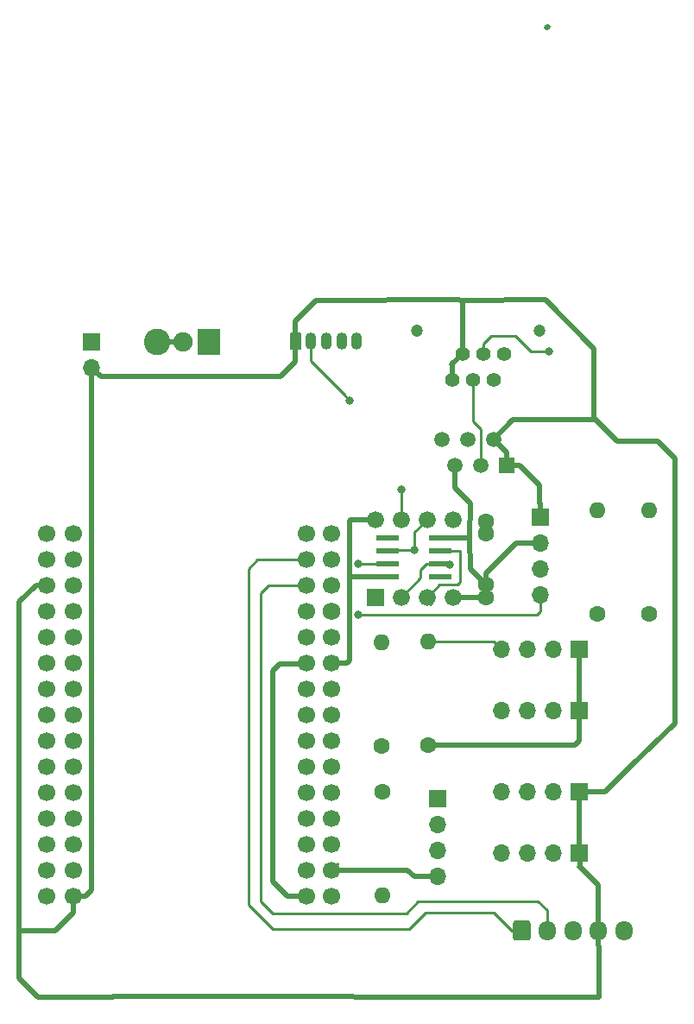
<source format=gbr>
G04 #@! TF.GenerationSoftware,KiCad,Pcbnew,(5.1.5)-3*
G04 #@! TF.CreationDate,2020-09-19T15:15:15+02:00*
G04 #@! TF.ProjectId,Airrohr_pcb,41697272-6f68-4725-9f70-63622e6b6963,rev?*
G04 #@! TF.SameCoordinates,Original*
G04 #@! TF.FileFunction,Copper,L1,Top*
G04 #@! TF.FilePolarity,Positive*
%FSLAX46Y46*%
G04 Gerber Fmt 4.6, Leading zero omitted, Abs format (unit mm)*
G04 Created by KiCad (PCBNEW (5.1.5)-3) date 2020-09-19 15:15:15*
%MOMM*%
%LPD*%
G04 APERTURE LIST*
%ADD10C,1.400000*%
%ADD11C,1.200000*%
%ADD12R,1.520000X1.520000*%
%ADD13C,1.520000*%
%ADD14O,1.600000X1.600000*%
%ADD15C,1.600000*%
%ADD16R,1.000000X0.500000*%
%ADD17C,1.900000*%
%ADD18R,2.200000X2.600000*%
%ADD19C,2.600000*%
%ADD20O,1.700000X1.700000*%
%ADD21R,1.700000X1.700000*%
%ADD22R,1.676400X1.676400*%
%ADD23C,1.676400*%
%ADD24R,2.200000X0.600000*%
%ADD25O,1.700000X1.950000*%
%ADD26C,0.100000*%
%ADD27C,1.700000*%
%ADD28C,1.740000*%
%ADD29O,1.100000X1.700000*%
%ADD30C,0.800000*%
%ADD31C,0.500000*%
%ADD32C,0.250000*%
G04 APERTURE END LIST*
D10*
X185448100Y-26757760D03*
X186468100Y-24217760D03*
X187488100Y-26757760D03*
X188508100Y-24217760D03*
X189528100Y-26757760D03*
X190548100Y-24217760D03*
D11*
X193998100Y-21917760D03*
X181998100Y-21917760D03*
D12*
X190792100Y-35144720D03*
D13*
X189522100Y-32604720D03*
X188252100Y-35144720D03*
X186982100Y-32604720D03*
X185712100Y-35144720D03*
X184442100Y-32604720D03*
D14*
X204741020Y-39583360D03*
D15*
X204741020Y-49743360D03*
D16*
X157834800Y-23088600D03*
D17*
X159054800Y-23088600D03*
D18*
X161594800Y-23088600D03*
D19*
X156514800Y-23088600D03*
D20*
X194061080Y-47857260D03*
X194061080Y-45317260D03*
X194061080Y-42777260D03*
D21*
X194061080Y-40237260D03*
D22*
X177906680Y-48084740D03*
D23*
X180446680Y-48084740D03*
X182986680Y-48084740D03*
X185526680Y-48084740D03*
X185526680Y-40464740D03*
X182986680Y-40464740D03*
X180446680Y-40464740D03*
X177906680Y-40464740D03*
D20*
X190285000Y-59168400D03*
X192825000Y-59168400D03*
X195365000Y-59168400D03*
D21*
X197905000Y-59168400D03*
D20*
X190285000Y-53168400D03*
X192825000Y-53168400D03*
X195365000Y-53168400D03*
D21*
X197905000Y-53168400D03*
D24*
X179091280Y-42293540D03*
X179091280Y-43563540D03*
X179091280Y-46103540D03*
X184291280Y-42293540D03*
X184291280Y-43563540D03*
X184291280Y-46103540D03*
X179091280Y-44833540D03*
X184291280Y-44833540D03*
D15*
X188803280Y-46867140D03*
X188803280Y-41867140D03*
X188803280Y-40617140D03*
X188803280Y-48117140D03*
D25*
X202278000Y-80772000D03*
X199778000Y-80772000D03*
X197278000Y-80772000D03*
X194778000Y-80772000D03*
G04 #@! TA.AperFunction,ComponentPad*
D26*
G36*
X192902504Y-79798204D02*
G01*
X192926773Y-79801804D01*
X192950571Y-79807765D01*
X192973671Y-79816030D01*
X192995849Y-79826520D01*
X193016893Y-79839133D01*
X193036598Y-79853747D01*
X193054777Y-79870223D01*
X193071253Y-79888402D01*
X193085867Y-79908107D01*
X193098480Y-79929151D01*
X193108970Y-79951329D01*
X193117235Y-79974429D01*
X193123196Y-79998227D01*
X193126796Y-80022496D01*
X193128000Y-80047000D01*
X193128000Y-81497000D01*
X193126796Y-81521504D01*
X193123196Y-81545773D01*
X193117235Y-81569571D01*
X193108970Y-81592671D01*
X193098480Y-81614849D01*
X193085867Y-81635893D01*
X193071253Y-81655598D01*
X193054777Y-81673777D01*
X193036598Y-81690253D01*
X193016893Y-81704867D01*
X192995849Y-81717480D01*
X192973671Y-81727970D01*
X192950571Y-81736235D01*
X192926773Y-81742196D01*
X192902504Y-81745796D01*
X192878000Y-81747000D01*
X191678000Y-81747000D01*
X191653496Y-81745796D01*
X191629227Y-81742196D01*
X191605429Y-81736235D01*
X191582329Y-81727970D01*
X191560151Y-81717480D01*
X191539107Y-81704867D01*
X191519402Y-81690253D01*
X191501223Y-81673777D01*
X191484747Y-81655598D01*
X191470133Y-81635893D01*
X191457520Y-81614849D01*
X191447030Y-81592671D01*
X191438765Y-81569571D01*
X191432804Y-81545773D01*
X191429204Y-81521504D01*
X191428000Y-81497000D01*
X191428000Y-80047000D01*
X191429204Y-80022496D01*
X191432804Y-79998227D01*
X191438765Y-79974429D01*
X191447030Y-79951329D01*
X191457520Y-79929151D01*
X191470133Y-79908107D01*
X191484747Y-79888402D01*
X191501223Y-79870223D01*
X191519402Y-79853747D01*
X191539107Y-79839133D01*
X191560151Y-79826520D01*
X191582329Y-79816030D01*
X191605429Y-79807765D01*
X191629227Y-79801804D01*
X191653496Y-79798204D01*
X191678000Y-79797000D01*
X192878000Y-79797000D01*
X192902504Y-79798204D01*
G37*
G04 #@! TD.AperFunction*
D27*
X171138600Y-44399200D03*
X171138600Y-49479200D03*
X171138600Y-46939200D03*
X171138600Y-67259200D03*
X171138600Y-64719200D03*
X171138600Y-59639200D03*
X171138600Y-62179200D03*
X171138600Y-77419200D03*
X171138600Y-57099200D03*
X171138600Y-52019200D03*
X171138600Y-54559200D03*
X171138600Y-69799200D03*
X171138600Y-74879200D03*
X171138600Y-72339200D03*
X171138600Y-41859200D03*
X148278600Y-77419200D03*
X148278600Y-74879200D03*
X148278600Y-72339200D03*
X148278600Y-69799200D03*
X148278600Y-67259200D03*
X148278600Y-64719200D03*
X148278600Y-62179200D03*
X148278600Y-59639200D03*
X148278600Y-57099200D03*
X148278600Y-54559200D03*
X148278600Y-52019200D03*
X148278600Y-49479200D03*
X148278600Y-46939200D03*
X148278600Y-44399200D03*
X148278600Y-41859200D03*
X173653200Y-41833800D03*
X173653200Y-44373800D03*
X173653200Y-46913800D03*
D28*
X173653200Y-49453800D03*
D27*
X173653200Y-51993800D03*
X173653200Y-54533800D03*
X173653200Y-57073800D03*
X173653200Y-59613800D03*
X173653200Y-62153800D03*
X173653200Y-64693800D03*
X173653200Y-67233800D03*
X173653200Y-69773800D03*
X173653200Y-72313800D03*
X173653200Y-74853800D03*
X173653200Y-77393800D03*
X145713200Y-77393800D03*
X145713200Y-74853800D03*
X145713200Y-72313800D03*
X145713200Y-69773800D03*
X145713200Y-67233800D03*
X145713200Y-64693800D03*
X145713200Y-62153800D03*
X145713200Y-59613800D03*
X145713200Y-57073800D03*
X145713200Y-54533800D03*
X145713200Y-51993800D03*
X145713200Y-49453800D03*
X145713200Y-46913800D03*
X145713200Y-44373800D03*
X145713200Y-41833800D03*
D20*
X190285000Y-73168400D03*
X192825000Y-73168400D03*
X195365000Y-73168400D03*
D21*
X197905000Y-73168400D03*
D20*
X190285000Y-67168400D03*
X192825000Y-67168400D03*
X195365000Y-67168400D03*
D21*
X197905000Y-67168400D03*
D29*
X176085000Y-22987000D03*
X174585000Y-22987000D03*
X173085000Y-22987000D03*
X171585000Y-22987000D03*
G04 #@! TA.AperFunction,ComponentPad*
D26*
G36*
X170489149Y-22137779D02*
G01*
X170504846Y-22140107D01*
X170520239Y-22143963D01*
X170535180Y-22149309D01*
X170549525Y-22156093D01*
X170563136Y-22164251D01*
X170575881Y-22173704D01*
X170587639Y-22184361D01*
X170598296Y-22196119D01*
X170607749Y-22208864D01*
X170615907Y-22222475D01*
X170622691Y-22236820D01*
X170628037Y-22251761D01*
X170631893Y-22267154D01*
X170634221Y-22282851D01*
X170635000Y-22298700D01*
X170635000Y-23675300D01*
X170634221Y-23691149D01*
X170631893Y-23706846D01*
X170628037Y-23722239D01*
X170622691Y-23737180D01*
X170615907Y-23751525D01*
X170607749Y-23765136D01*
X170598296Y-23777881D01*
X170587639Y-23789639D01*
X170575881Y-23800296D01*
X170563136Y-23809749D01*
X170549525Y-23817907D01*
X170535180Y-23824691D01*
X170520239Y-23830037D01*
X170504846Y-23833893D01*
X170489149Y-23836221D01*
X170473300Y-23837000D01*
X169696700Y-23837000D01*
X169680851Y-23836221D01*
X169665154Y-23833893D01*
X169649761Y-23830037D01*
X169634820Y-23824691D01*
X169620475Y-23817907D01*
X169606864Y-23809749D01*
X169594119Y-23800296D01*
X169582361Y-23789639D01*
X169571704Y-23777881D01*
X169562251Y-23765136D01*
X169554093Y-23751525D01*
X169547309Y-23737180D01*
X169541963Y-23722239D01*
X169538107Y-23706846D01*
X169535779Y-23691149D01*
X169535000Y-23675300D01*
X169535000Y-22298700D01*
X169535779Y-22282851D01*
X169538107Y-22267154D01*
X169541963Y-22251761D01*
X169547309Y-22236820D01*
X169554093Y-22222475D01*
X169562251Y-22208864D01*
X169571704Y-22196119D01*
X169582361Y-22184361D01*
X169594119Y-22173704D01*
X169606864Y-22164251D01*
X169620475Y-22156093D01*
X169634820Y-22149309D01*
X169649761Y-22143963D01*
X169665154Y-22140107D01*
X169680851Y-22137779D01*
X169696700Y-22137000D01*
X170473300Y-22137000D01*
X170489149Y-22137779D01*
G37*
G04 #@! TD.AperFunction*
D14*
X199677020Y-39583360D03*
D15*
X199677020Y-49743360D03*
D14*
X178516280Y-52537360D03*
D15*
X178516280Y-62697360D03*
D14*
X183088280Y-52410360D03*
D15*
X183088280Y-62570360D03*
D14*
X178574700Y-77287120D03*
D15*
X178574700Y-67127120D03*
D20*
X183984900Y-75483720D03*
X183984900Y-72943720D03*
X183984900Y-70403720D03*
D21*
X183984900Y-67863720D03*
D20*
X150114000Y-25603200D03*
D21*
X150114000Y-23063200D03*
D30*
X181742080Y-43487340D03*
X175427640Y-28788360D03*
X176273460Y-44833540D03*
X176273460Y-49771300D03*
X180431440Y-37510720D03*
X194980560Y-23944580D03*
X185173620Y-44866560D03*
D31*
X194828160Y7861300D02*
X194726560Y7759700D01*
D32*
X185526680Y-48084740D02*
X186712073Y-48084740D01*
D31*
X188770880Y-48084740D02*
X188803280Y-48117140D01*
X185526680Y-48084740D02*
X188770880Y-48084740D01*
D32*
X174218600Y-74168000D02*
X174218600Y-74269600D01*
D31*
X173653200Y-74853800D02*
X181091840Y-74853800D01*
X181721760Y-75483720D02*
X183984900Y-75483720D01*
X181091840Y-74853800D02*
X181721760Y-75483720D01*
X188803280Y-46867140D02*
X188803280Y-48117140D01*
X192858999Y-42777260D02*
X194061080Y-42777260D01*
X191761790Y-42777260D02*
X192858999Y-42777260D01*
X188803280Y-45735770D02*
X191761790Y-42777260D01*
X188803280Y-46867140D02*
X188803280Y-45735770D01*
X185712100Y-35144720D02*
X185712100Y-37355780D01*
X185712100Y-37355780D02*
X187225940Y-38869620D01*
X187225940Y-45289800D02*
X188803280Y-46867140D01*
X184291280Y-42293540D02*
X185891280Y-42293540D01*
X185896360Y-42298620D02*
X187185300Y-42298620D01*
X185891280Y-42293540D02*
X185896360Y-42298620D01*
X187225940Y-38869620D02*
X187185300Y-42298620D01*
X187185300Y-42298620D02*
X187225940Y-45289800D01*
X167862000Y-75996800D02*
X169284400Y-77419200D01*
X169284400Y-77419200D02*
X171138600Y-77419200D01*
X171062400Y-54559200D02*
X170986200Y-54635400D01*
X170986200Y-54635400D02*
X168522400Y-54635400D01*
X168522400Y-54635400D02*
X167862000Y-55295800D01*
X167862000Y-55295800D02*
X167862000Y-75996800D01*
X197905000Y-54518400D02*
X197905000Y-59168400D01*
X197905000Y-53168400D02*
X197905000Y-54518400D01*
X188803280Y-40617140D02*
X188803280Y-41867140D01*
X175125380Y-54533800D02*
X173653200Y-54533800D01*
X175400599Y-54258581D02*
X175125380Y-54533800D01*
X175536860Y-40464740D02*
X177906680Y-40464740D01*
X175400599Y-40601001D02*
X175536860Y-40464740D01*
X175445420Y-46103540D02*
X175409860Y-46067980D01*
X179091280Y-46103540D02*
X175445420Y-46103540D01*
X175400599Y-40601001D02*
X175409860Y-46067980D01*
X175409860Y-46067980D02*
X175400599Y-54258581D01*
X197905000Y-62173760D02*
X197905000Y-59168400D01*
X197912980Y-62181740D02*
X197905000Y-62173760D01*
X183088280Y-62570360D02*
X197524360Y-62570360D01*
X197524360Y-62570360D02*
X197912980Y-62181740D01*
D32*
X166363400Y-44399200D02*
X165474400Y-45288200D01*
X171138600Y-44399200D02*
X166363400Y-44399200D01*
X191328000Y-80772000D02*
X192278000Y-80772000D01*
X165474400Y-45288200D02*
X165486080Y-78148180D01*
X165486080Y-78247240D02*
X167830500Y-80591660D01*
X165486080Y-78148180D02*
X165486080Y-78247240D01*
X167827960Y-80591660D02*
X167830500Y-80591660D01*
X189532260Y-79006700D02*
X190192660Y-79667100D01*
X190068160Y-79512160D02*
X190192660Y-79667100D01*
X181251860Y-80591660D02*
X182836820Y-79006700D01*
X167830500Y-80591660D02*
X181251860Y-80591660D01*
X190192660Y-79667100D02*
X191328000Y-80772000D01*
X182836820Y-79006700D02*
X189532260Y-79006700D01*
X169936519Y-46939200D02*
X171138600Y-46939200D01*
X169931439Y-46934120D02*
X169936519Y-46939200D01*
X194818000Y-79507000D02*
X194818000Y-78740000D01*
X182112920Y-77889100D02*
X180939870Y-79062150D01*
X166672260Y-77886560D02*
X166672260Y-47660560D01*
X193888360Y-77889100D02*
X182112920Y-77889100D01*
X194778000Y-80772000D02*
X194778000Y-79547000D01*
X194818000Y-78740000D02*
X193888360Y-77889100D01*
X194778000Y-79547000D02*
X194818000Y-79507000D01*
X166672260Y-47660560D02*
X167398700Y-46934120D01*
X180939870Y-79062150D02*
X167847850Y-79062150D01*
X167847850Y-79062150D02*
X166672260Y-77886560D01*
X167398700Y-46934120D02*
X169931439Y-46934120D01*
D31*
X144635570Y-46913800D02*
X142995400Y-48553970D01*
X145713200Y-46913800D02*
X144635570Y-46913800D01*
D32*
X148278600Y-77419200D02*
X148126200Y-77419200D01*
D31*
X142970000Y-48514000D02*
X142970000Y-80732030D01*
X150114000Y-75361800D02*
X150114000Y-25603200D01*
X197905000Y-71818400D02*
X197905000Y-67168400D01*
X197905000Y-73168400D02*
X197905000Y-71818400D01*
X150114000Y-25603200D02*
X150963999Y-26453199D01*
X152517741Y-26453199D02*
X152519380Y-26451560D01*
X152128881Y-26416000D02*
X152519380Y-26451560D01*
X150963999Y-26453199D02*
X152517741Y-26453199D01*
X152519380Y-26451560D02*
X168656000Y-26416000D01*
X170085000Y-23837000D02*
X170070780Y-23851220D01*
X170085000Y-22987000D02*
X170085000Y-23837000D01*
X170070780Y-25001220D02*
X168656000Y-26416000D01*
X170070780Y-23851220D02*
X170070780Y-25001220D01*
X192052100Y-35144720D02*
X192057260Y-35139560D01*
X150114000Y-76785881D02*
X150114000Y-75361800D01*
X149480681Y-77419200D02*
X150114000Y-76785881D01*
X148278600Y-77419200D02*
X149480681Y-77419200D01*
X148304000Y-78994000D02*
X146526000Y-80772000D01*
X148304000Y-78646681D02*
X148304000Y-78994000D01*
X148278600Y-78621281D02*
X148304000Y-78646681D01*
X152176480Y-87274400D02*
X152191720Y-87259160D01*
X148278600Y-77419200D02*
X148278600Y-78621281D01*
X146526000Y-80772000D02*
X142995400Y-80772000D01*
X142995400Y-80772000D02*
X142995400Y-85456780D01*
X142995400Y-85456780D02*
X144813020Y-87274400D01*
X144813020Y-87274400D02*
X152176480Y-87274400D01*
X199821800Y-82290800D02*
X199821800Y-87292180D01*
X199778000Y-80772000D02*
X199778000Y-82247000D01*
X152191720Y-87259160D02*
X199821800Y-87292180D01*
X199778000Y-82247000D02*
X199821800Y-82290800D01*
X199778000Y-79297000D02*
X199788780Y-79286220D01*
X199778000Y-80772000D02*
X199778000Y-79297000D01*
X199788780Y-76306680D02*
X197975220Y-74493120D01*
X199788780Y-79286220D02*
X199788780Y-76306680D01*
X197905000Y-73168400D02*
X197975220Y-74493120D01*
X197975220Y-74493120D02*
X197905000Y-74518400D01*
X191427180Y-30699640D02*
X189522100Y-32604720D01*
X199531040Y-30699640D02*
X191427180Y-30699640D01*
X194061080Y-38887260D02*
X194048380Y-38874560D01*
X194061080Y-40237260D02*
X194061080Y-38887260D01*
X194048380Y-37101780D02*
X192100200Y-35153600D01*
X194048380Y-38874560D02*
X194048380Y-37101780D01*
X190792100Y-35144720D02*
X192100200Y-35153600D01*
X192100200Y-35153600D02*
X192052100Y-35144720D01*
X190792100Y-33874720D02*
X189522100Y-32604720D01*
X190792100Y-35144720D02*
X190792100Y-33874720D01*
X201640580Y-32809180D02*
X199531040Y-30699640D01*
X205590140Y-32809180D02*
X201640580Y-32809180D01*
X202955800Y-64650000D02*
X207276700Y-60467240D01*
X207276700Y-34495740D02*
X205590140Y-32809180D01*
X207276700Y-60467240D02*
X207276700Y-34495740D01*
X199364600Y-30533200D02*
X199531040Y-30699640D01*
X170085000Y-20989800D02*
X172110400Y-18964400D01*
X172110400Y-18964400D02*
X185851800Y-18939000D01*
X199364600Y-23698200D02*
X199364600Y-30533200D01*
X170085000Y-22987000D02*
X170085000Y-20989800D01*
X194605400Y-18939000D02*
X199364600Y-23698200D01*
X200437400Y-67168400D02*
X197905000Y-67168400D01*
X202955800Y-64650000D02*
X200437400Y-67168400D01*
X186468100Y-24217760D02*
X185399680Y-25286180D01*
X185448100Y-25334600D02*
X185448100Y-26757760D01*
X185399680Y-25286180D02*
X185448100Y-25334600D01*
X186494420Y-23201491D02*
X186494420Y-18983960D01*
X186468100Y-23227811D02*
X186494420Y-23201491D01*
X186468100Y-24217760D02*
X186468100Y-23227811D01*
X185851800Y-18939000D02*
X186494420Y-18983960D01*
X186494420Y-18983960D02*
X194605400Y-18939000D01*
D32*
X181742080Y-41709340D02*
X182986680Y-40464740D01*
X181742080Y-43487340D02*
X181742080Y-43487340D01*
X183113680Y-52410360D02*
X183088280Y-52410360D01*
X189526960Y-52410360D02*
X190285000Y-53168400D01*
X183088280Y-52410360D02*
X189526960Y-52410360D01*
X181742080Y-43487340D02*
X181742080Y-41709340D01*
X179167480Y-43487340D02*
X179091280Y-43563540D01*
X181742080Y-43487340D02*
X179167480Y-43487340D01*
X171585000Y-24830685D02*
X171585000Y-22987000D01*
X174861955Y-28222675D02*
X175427640Y-28788360D01*
X174861955Y-28222675D02*
X174859415Y-28222675D01*
X171585000Y-24948260D02*
X171585000Y-24830685D01*
X174859415Y-28222675D02*
X171585000Y-24948260D01*
D31*
X183388000Y-48717200D02*
X182626000Y-47980600D01*
D32*
X192542400Y-66819119D02*
X192567800Y-66793719D01*
X186187080Y-43563540D02*
X186237880Y-43614340D01*
X184291280Y-43563540D02*
X186187080Y-43563540D01*
X186237880Y-43614340D02*
X186237880Y-46560740D01*
X185958480Y-46840140D02*
X184231280Y-46840140D01*
X184231280Y-46840140D02*
X182986680Y-48084740D01*
X186237880Y-46560740D02*
X185958480Y-46840140D01*
X194645280Y-47908060D02*
X193443199Y-47908060D01*
X204690220Y-39583360D02*
X204741020Y-39583360D01*
X179091280Y-44833540D02*
X176273460Y-44833540D01*
X176273460Y-44833540D02*
X176273460Y-44833540D01*
X176273460Y-49771300D02*
X193779140Y-49771300D01*
X194061080Y-49489360D02*
X194061080Y-47857260D01*
X193779140Y-49771300D02*
X194061080Y-49489360D01*
X180431440Y-40449500D02*
X180446680Y-40464740D01*
X180431440Y-37510720D02*
X180431440Y-40449500D01*
X188508100Y-23227811D02*
X189251831Y-22484080D01*
X188508100Y-24217760D02*
X188508100Y-23227811D01*
X189251831Y-22484080D02*
X190840360Y-22484080D01*
X190840360Y-22484080D02*
X191670940Y-22484080D01*
X191670940Y-22484080D02*
X192747900Y-23561040D01*
X192747900Y-23561040D02*
X193131440Y-23944580D01*
X193131440Y-23944580D02*
X194980560Y-23944580D01*
X194980560Y-23944580D02*
X194980560Y-23944580D01*
X182941280Y-44833540D02*
X184291280Y-44833540D01*
X182351680Y-46179740D02*
X182351680Y-45423140D01*
X182351680Y-45423140D02*
X182941280Y-44833540D01*
X180446680Y-48084740D02*
X182351680Y-46179740D01*
X187490100Y-30850840D02*
X188252100Y-31612840D01*
X187490100Y-27749709D02*
X187490100Y-30850840D01*
X188252100Y-31612840D02*
X188252100Y-35144720D01*
X187488100Y-26757760D02*
X187488100Y-27747709D01*
X187488100Y-27747709D02*
X187490100Y-27749709D01*
X202949200Y-80799400D02*
X202949200Y-80924400D01*
M02*

</source>
